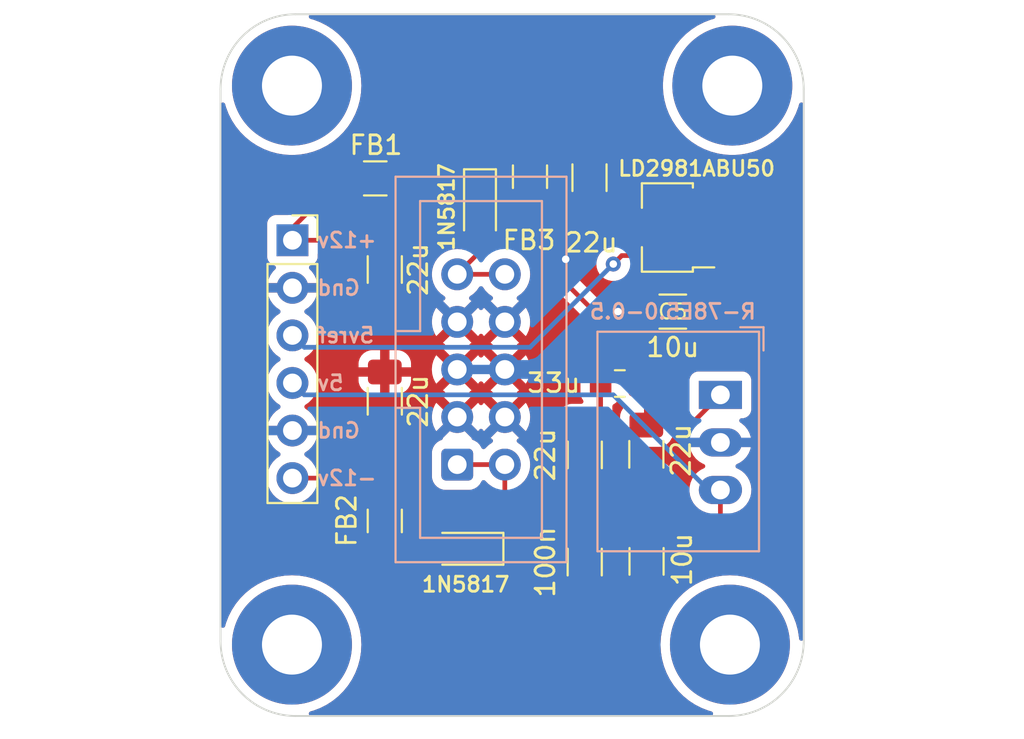
<source format=kicad_pcb>
(kicad_pcb (version 20221018) (generator pcbnew)
  (layers (0 "F.Cu" signal) (31 "B.Cu" signal) (34 "B.Paste" user) (35 "F.Paste" user) (36 "B.SilkS" user "B.Silkscreen") (37 "F.SilkS" user "F.Silkscreen") (38 "B.Mask" user) (39 "F.Mask" user) (44 "Edge.Cuts" user))
  (net 0 "")
  (net 1 "GND")
  (net 2 "Net-(U2-VI)")
  (net 3 "Net-(U3-IN)")
  (net 4 "Net-(D3-K)")
  (net 5 "Net-(D3-A)")
  (net 6 "Net-(D1-K)")
  (net 7 "Net-(D1-A)")
  (net 8 "-12v")
  (net 9 "5v")
  (net 10 "12v")
  (net 11 "5vref")
  (footprint "Capacitor_SMD:C_1206_3216Metric_Pad1.33x1.80mm_HandSolder" (layer "F.Cu") (at 85.09 67.7795 90)
    (fp_text reference "C4" hide)
    (fp_text value "22u" (at -3.4675 0.088387) (layer "F.SilkS"))
    (fp_line (start -0.711252 -0.91) (end 0.711252 -0.91) (stroke (width 0.12)) (layer "F.SilkS"))
    (fp_line (start -0.711252 0.91) (end 0.711252 0.91) (stroke (width 0.12)) (layer "F.SilkS"))
    (pad "1" smd roundrect (at -1.5625 0 90) (size 1.325 1.8) (layers "F.Cu" "F.Paste" "F.Mask") (roundrect_rratio 0.1886792453) (net 1 "GND"))
    (pad "2" smd roundrect (at 1.5625 0 90) (size 1.325 1.8) (layers "F.Cu" "F.Paste" "F.Mask") (roundrect_rratio 0.1886792453) (net 2 "Net-(U2-VI)"))
  )
  (footprint "Capacitor_SMD:C_1206_3216Metric_Pad1.33x1.80mm_HandSolder" (layer "F.Cu") (at 74.168 72.6825 90)
    (fp_text reference "C3" hide)
    (fp_text value "22u" (at 0 1.778 90) (layer "F.SilkS"))
    (fp_line (start -0.711252 -0.91) (end 0.711252 -0.91) (stroke (width 0.12)) (layer "F.SilkS"))
    (fp_line (start -0.711252 0.91) (end 0.711252 0.91) (stroke (width 0.12)) (layer "F.SilkS"))
    (pad "1" smd roundrect (at -1.5625 0 90) (size 1.325 1.8) (layers "F.Cu" "F.Paste" "F.Mask") (roundrect_rratio 0.1886792453) (net 1 "GND"))
    (pad "2" smd roundrect (at 1.5625 0 90) (size 1.325 1.8) (layers "F.Cu" "F.Paste" "F.Mask") (roundrect_rratio 0.1886792453) (net 10 "12v"))
  )
  (footprint "Diode_SMD:D_SOD-323_HandSoldering" (layer "F.Cu") (at 78.486 87.5935 180)
    (fp_text reference "D1" hide)
    (fp_text value "1N5817" (at 0 -1.905) (layer "F.SilkS") (effects (font (size 0.8 0.8))))
    (fp_line (start -2.01 -0.85) (end -2.01 0.85) (stroke (width 0.12)) (layer "F.SilkS"))
    (fp_line (start -2.01 -0.85) (end 1.25 -0.85) (stroke (width 0.12)) (layer "F.SilkS"))
    (fp_line (start -2.01 0.85) (end 1.25 0.85) (stroke (width 0.12)) (layer "F.SilkS"))
    (pad "1" smd roundrect (at -1.25 0 180) (size 1 1) (layers "F.Cu" "F.Paste" "F.Mask") (net 6 "Net-(D1-K)"))
    (pad "2" smd roundrect (at 1.25 0 180) (size 1 1) (layers "F.Cu" "F.Paste" "F.Mask") (net 7 "Net-(D1-A)"))
  )
  (footprint "MountingHole:MountingHole_3.2mm_M3_Pad_TopBottom" (layer "F.Cu") (at 69.215 62.865)
    (fp_text reference "REF**" hide)
    (fp_text value "MountingHole_3.2mm_M3_Pad_TopBottom")
    (pad "1" thru_hole circle (at 0 0) (size 3.6 3.6) (drill 3.2) (layers "*.Cu" "*.Mask"))
    (pad "1" connect circle (at 0 0) (size 6.4 6.4) (layers "F.Cu" "F.Mask"))
    (pad "1" connect circle (at 0 0) (size 6.4 6.4) (layers "B.Cu" "B.Mask"))
  )
  (footprint "Inductor_SMD:L_1206_3216Metric_Pad1.42x1.75mm_HandSolder" (layer "F.Cu") (at 81.915 67.7275 90)
    (fp_text reference "FB3" (at -3.3925 -0.051937 180) (layer "F.SilkS"))
    (fp_text value "FerriteBead" hide)
    (fp_line (start -0.602064 -0.91) (end 0.602064 -0.91) (stroke (width 0.12)) (layer "F.SilkS"))
    (fp_line (start -0.602064 0.91) (end 0.602064 0.91) (stroke (width 0.12)) (layer "F.SilkS"))
    (pad "1" smd roundrect (at -1.4875 0 90) (size 1.425 1.75) (layers "F.Cu" "F.Paste" "F.Mask") (roundrect_rratio 0.1754392982) (net 4 "Net-(D3-K)"))
    (pad "2" smd roundrect (at 1.4875 0 90) (size 1.425 1.75) (layers "F.Cu" "F.Paste" "F.Mask") (roundrect_rratio 0.1754392982) (net 2 "Net-(U2-VI)"))
  )
  (footprint "Capacitor_SMD:C_1206_3216Metric_Pad1.33x1.80mm_HandSolder" (layer "F.Cu") (at 84.838217 82.580701 90)
    (fp_text reference "C6" hide)
    (fp_text value "22u" (at 0 -2.104816 270) (layer "F.SilkS"))
    (fp_line (start -0.711252 -0.91) (end 0.711252 -0.91) (stroke (width 0.12)) (layer "F.SilkS"))
    (fp_line (start -0.711252 0.91) (end 0.711252 0.91) (stroke (width 0.12)) (layer "F.SilkS"))
    (pad "1" smd roundrect (at -1.5625 0 90) (size 1.325 1.8) (layers "F.Cu" "F.Paste" "F.Mask") (roundrect_rratio 0.1886792453) (net 1 "GND"))
    (pad "2" smd roundrect (at 1.5625 0 90) (size 1.325 1.8) (layers "F.Cu" "F.Paste" "F.Mask") (roundrect_rratio 0.1886792453) (net 4 "Net-(D3-K)"))
  )
  (footprint "Package_TO_SOT_SMD:SOT-89-3" (layer "F.Cu") (at 89.246198 70.439001 180)
    (fp_text reference "U2" hide)
    (fp_text value "LD2981ABU50" (at -1.558802 3.148856) (layer "F.SilkS") (effects (font (size 0.8 0.8))))
    (fp_line (start -2.5 -2.13) (end -1.36 -2.13) (stroke (width 0.12)) (layer "F.SilkS"))
    (fp_line (start -1.36 -2.36) (end -1.36 -2.13) (stroke (width 0.12)) (layer "F.SilkS"))
    (fp_line (start -1.36 -2.36) (end 1.36 -2.36) (stroke (width 0.12)) (layer "F.SilkS"))
    (fp_line (start -1.36 2.36) (end -1.36 2.13) (stroke (width 0.12)) (layer "F.SilkS"))
    (fp_line (start 1.36 -2.36) (end 1.36 -1.05) (stroke (width 0.12)) (layer "F.SilkS"))
    (fp_line (start 1.36 1.05) (end 1.36 2.36) (stroke (width 0.12)) (layer "F.SilkS"))
    (fp_line (start 1.36 2.36) (end -1.36 2.36) (stroke (width 0.12)) (layer "F.SilkS"))
    (pad "1" smd rect (at -1.95 -1.5 180) (size 1.3 0.9) (layers "F.Cu" "F.Paste" "F.Mask") (net 11 "5vref"))
    (pad "2" smd custom (at -1.8625 0 180) (size 1.475 0.9) (layers "F.Cu" "F.Paste" "F.Mask") (net 1 "GND") (options (clearance outline) (anchor rect)) (primitives (gr_poly (pts (xy 3.8625 0.8665) (xy 0.7375 0.8665) (xy 0.7375 -0.8665) (xy 3.8625 -0.8665)) (width 0) (fill yes))))
    (pad "3" smd rect (at -1.95 1.5 180) (size 1.3 0.9) (layers "F.Cu" "F.Paste" "F.Mask") (net 2 "Net-(U2-VI)"))
  )
  (footprint "MountingHole:MountingHole_3.2mm_M3_Pad_TopBottom" (layer "F.Cu") (at 69.215 92.71)
    (fp_text reference "REF**" hide)
    (fp_text value "MountingHole_3.2mm_M3_Pad_TopBottom")
    (pad "1" thru_hole circle (at 0 0) (size 3.6 3.6) (drill 3.2) (layers "*.Cu" "*.Mask"))
    (pad "1" connect circle (at 0 0) (size 6.4 6.4) (layers "F.Cu" "F.Mask"))
    (pad "1" connect circle (at 0 0) (size 6.4 6.4) (layers "B.Cu" "B.Mask"))
  )
  (footprint "Inductor_SMD:L_1206_3216Metric_Pad1.42x1.75mm_HandSolder" (layer "F.Cu") (at 73.66 67.818 180)
    (fp_text reference "FB1" (at -0.0365 1.778 180) (layer "F.SilkS"))
    (fp_text value "FerriteBead" hide)
    (fp_line (start -0.602064 -0.91) (end 0.602064 -0.91) (stroke (width 0.12)) (layer "F.SilkS"))
    (fp_line (start -0.602064 0.91) (end 0.602064 0.91) (stroke (width 0.12)) (layer "F.SilkS"))
    (pad "1" smd roundrect (at -1.4875 0 180) (size 1.425 1.75) (layers "F.Cu" "F.Paste" "F.Mask") (roundrect_rratio 0.1754392982) (net 4 "Net-(D3-K)"))
    (pad "2" smd roundrect (at 1.4875 0 180) (size 1.425 1.75) (layers "F.Cu" "F.Paste" "F.Mask") (roundrect_rratio 0.1754392982) (net 10 "12v"))
  )
  (footprint "Capacitor_SMD:C_1206_3216Metric_Pad1.33x1.80mm_HandSolder" (layer "F.Cu") (at 88.123159 82.55 90)
    (fp_text reference "C7" hide)
    (fp_text value "22u" (at 0.210467 1.848408 90) (layer "F.SilkS"))
    (fp_line (start -0.711252 -0.91) (end 0.711252 -0.91) (stroke (width 0.12)) (layer "F.SilkS"))
    (fp_line (start -0.711252 0.91) (end 0.711252 0.91) (stroke (width 0.12)) (layer "F.SilkS"))
    (pad "1" smd roundrect (at -1.5625 0 90) (size 1.325 1.8) (layers "F.Cu" "F.Paste" "F.Mask") (roundrect_rratio 0.1886792453) (net 1 "GND"))
    (pad "2" smd roundrect (at 1.5625 0 90) (size 1.325 1.8) (layers "F.Cu" "F.Paste" "F.Mask") (roundrect_rratio 0.1886792453) (net 3 "Net-(U3-IN)"))
  )
  (footprint "Diode_SMD:D_SOD-323_HandSoldering" (layer "F.Cu") (at 79.248 69.342 -90)
    (fp_text reference "D3" hide)
    (fp_text value "1N5817" (at 0 1.778 90) (layer "F.SilkS") (effects (font (size 0.8 0.8))))
    (fp_line (start -2.01 -0.85) (end -2.01 0.85) (stroke (width 0.12)) (layer "F.SilkS"))
    (fp_line (start -2.01 -0.85) (end 1.25 -0.85) (stroke (width 0.12)) (layer "F.SilkS"))
    (fp_line (start -2.01 0.85) (end 1.25 0.85) (stroke (width 0.12)) (layer "F.SilkS"))
    (pad "1" smd roundrect (at -1.25 0 270) (size 1 1) (layers "F.Cu" "F.Paste" "F.Mask") (net 4 "Net-(D3-K)"))
    (pad "2" smd roundrect (at 1.25 0 270) (size 1 1) (layers "F.Cu" "F.Paste" "F.Mask") (net 5 "Net-(D3-A)"))
  )
  (footprint "Capacitor_SMD:C_1206_3216Metric_Pad1.33x1.80mm_HandSolder" (layer "F.Cu") (at 88.134922 88.265 -90)
    (fp_text reference "C2" hide)
    (fp_text value "10u" (at -0.098142 -1.89986 -90) (layer "F.SilkS"))
    (fp_line (start -0.711252 -0.91) (end 0.711252 -0.91) (stroke (width 0.12)) (layer "F.SilkS"))
    (fp_line (start -0.711252 0.91) (end 0.711252 0.91) (stroke (width 0.12)) (layer "F.SilkS"))
    (pad "1" smd roundrect (at -1.5625 0 270) (size 1.325 1.8) (layers "F.Cu" "F.Paste" "F.Mask") (roundrect_rratio 0.1886792453) (net 1 "GND"))
    (pad "2" smd roundrect (at 1.5625 0 270) (size 1.325 1.8) (layers "F.Cu" "F.Paste" "F.Mask") (roundrect_rratio 0.1886792453) (net 9 "5v"))
  )
  (footprint "Capacitor_SMD:C_1206_3216Metric_Pad1.33x1.80mm_HandSolder" (layer "F.Cu") (at 89.535 74.93)
    (fp_text reference "C5" hide)
    (fp_text value "10u" (at 0 1.905) (layer "F.SilkS"))
    (fp_text user "${REFERENCE}" (at 0 0) (layer "F.SilkS") (effects (font (size 0.8 0.8) (thickness 0.12))))
    (fp_line (start -0.711252 -0.91) (end 0.711252 -0.91) (stroke (width 0.12)) (layer "F.SilkS"))
    (fp_line (start -0.711252 0.91) (end 0.711252 0.91) (stroke (width 0.12)) (layer "F.SilkS"))
    (pad "1" smd roundrect (at -1.5625 0) (size 1.325 1.8) (layers "F.Cu" "F.Paste" "F.Mask") (roundrect_rratio 0.1886792453) (net 1 "GND"))
    (pad "2" smd roundrect (at 1.5625 0) (size 1.325 1.8) (layers "F.Cu" "F.Paste" "F.Mask") (roundrect_rratio 0.1886792453) (net 11 "5vref"))
  )
  (footprint "MountingHole:MountingHole_3.2mm_M3_Pad_TopBottom" (layer "F.Cu") (at 92.583 92.71)
    (fp_text reference "REF**" hide)
    (fp_text value "MountingHole_3.2mm_M3_Pad_TopBottom")
    (pad "1" thru_hole circle (at 0 0) (size 3.6 3.6) (drill 3.2) (layers "*.Cu" "*.Mask"))
    (pad "1" connect circle (at 0 0) (size 6.4 6.4) (layers "F.Cu" "F.Mask"))
    (pad "1" connect circle (at 0 0) (size 6.4 6.4) (layers "B.Cu" "B.Mask"))
  )
  (footprint "Capacitor_SMD:C_1206_3216Metric_Pad1.33x1.80mm_HandSolder" (layer "F.Cu") (at 84.836 88.302378 -90)
    (fp_text reference "C8" hide)
    (fp_text value "100n" (at 0 2.102599 -90) (layer "F.SilkS"))
    (fp_line (start -0.711252 -0.91) (end 0.711252 -0.91) (stroke (width 0.12)) (layer "F.SilkS"))
    (fp_line (start -0.711252 0.91) (end 0.711252 0.91) (stroke (width 0.12)) (layer "F.SilkS"))
    (pad "1" smd roundrect (at -1.5625 0 270) (size 1.325 1.8) (layers "F.Cu" "F.Paste" "F.Mask") (roundrect_rratio 0.1886792453) (net 1 "GND"))
    (pad "2" smd roundrect (at 1.5625 0 270) (size 1.325 1.8) (layers "F.Cu" "F.Paste" "F.Mask") (roundrect_rratio 0.1886792453) (net 9 "5v"))
  )
  (footprint "MountingHole:MountingHole_3.2mm_M3_Pad_TopBottom" (layer "F.Cu") (at 92.71 62.865)
    (fp_text reference "REF**" hide)
    (fp_text value "MountingHole_3.2mm_M3_Pad_TopBottom")
    (pad "1" thru_hole circle (at 0 0) (size 3.6 3.6) (drill 3.2) (layers "*.Cu" "*.Mask"))
    (pad "1" connect circle (at 0 0) (size 6.4 6.4) (layers "F.Cu" "F.Mask"))
    (pad "1" connect circle (at 0 0) (size 6.4 6.4) (layers "B.Cu" "B.Mask"))
  )
  (footprint "Inductor_SMD:L_1206_3216Metric_Pad1.42x1.75mm_HandSolder" (layer "F.Cu") (at 74.168 86.106 90)
    (fp_text reference "FB2" (at 0.018927 -2.032 270) (layer "F.SilkS"))
    (fp_text value "FerriteBead" hide)
    (fp_line (start -0.602064 -0.91) (end 0.602064 -0.91) (stroke (width 0.12)) (layer "F.SilkS"))
    (fp_line (start -0.602064 0.91) (end 0.602064 0.91) (stroke (width 0.12)) (layer "F.SilkS"))
    (pad "1" smd roundrect (at -1.4875 0 90) (size 1.425 1.75) (layers "F.Cu" "F.Paste" "F.Mask") (roundrect_rratio 0.1754392982) (net 7 "Net-(D1-A)"))
    (pad "2" smd roundrect (at 1.4875 0 90) (size 1.425 1.75) (layers "F.Cu" "F.Paste" "F.Mask") (roundrect_rratio 0.1754392982) (net 8 "-12v"))
  )
  (footprint "Inductor_SMD:L_0805_2012Metric_Pad1.15x1.40mm_HandSolder" (layer "F.Cu") (at 86.708493 78.769986)
    (fp_text reference "L1" hide)
    (fp_text value "33u" (at -3.523493 -0.029986 180) (layer "F.SilkS"))
    (fp_line (start -0.261252 -0.71) (end 0.261252 -0.71) (stroke (width 0.12)) (layer "F.SilkS"))
    (fp_line (start -0.261252 0.71) (end 0.261252 0.71) (stroke (width 0.12)) (layer "F.SilkS"))
    (pad "1" smd roundrect (at -1.025 0) (size 1.15 1.4) (layers "F.Cu" "F.Paste" "F.Mask") (roundrect_rratio 0.2173913043) (net 4 "Net-(D3-K)"))
    (pad "2" smd roundrect (at 1.025 0) (size 1.15 1.4) (layers "F.Cu" "F.Paste" "F.Mask") (roundrect_rratio 0.2173913043) (net 3 "Net-(U3-IN)"))
  )
  (footprint "Connector_PinSocket_2.54mm:PinSocket_1x06_P2.54mm_Vertical" (layer "F.Cu") (at 69.24 71.12)
    (fp_text reference "J4" hide)
    (fp_text value "Conn_01x06_Socket")
    (fp_line (start -1.33 1.27) (end -1.33 14.03) (stroke (width 0.12)) (layer "F.SilkS"))
    (fp_line (start -1.33 1.27) (end 1.33 1.27) (stroke (width 0.12)) (layer "F.SilkS"))
    (fp_line (start -1.33 14.03) (end 1.33 14.03) (stroke (width 0.12)) (layer "F.SilkS"))
    (fp_line (start 0 -1.33) (end 1.33 -1.33) (stroke (width 0.12)) (layer "F.SilkS"))
    (fp_line (start 1.33 -1.33) (end 1.33 0) (stroke (width 0.12)) (layer "F.SilkS"))
    (fp_line (start 1.33 1.27) (end 1.33 14.03) (stroke (width 0.12)) (layer "F.SilkS"))
    (pad "1" thru_hole rect (at 0 0) (size 1.7 1.7) (drill 1) (layers "*.Cu" "*.Mask") (net 10 "12v"))
    (pad "2" thru_hole oval (at 0 2.54) (size 1.7 1.7) (drill 1) (layers "*.Cu" "*.Mask") (net 1 "GND"))
    (pad "3" thru_hole oval (at 0 5.08) (size 1.7 1.7) (drill 1) (layers "*.Cu" "*.Mask") (net 11 "5vref"))
    (pad "4" thru_hole oval (at 0 7.62) (size 1.7 1.7) (drill 1) (layers "*.Cu" "*.Mask") (net 9 "5v"))
    (pad "5" thru_hole oval (at 0 10.16) (size 1.7 1.7) (drill 1) (layers "*.Cu" "*.Mask") (net 1 "GND"))
    (pad "6" thru_hole oval (at 0 12.7) (size 1.7 1.7) (drill 1) (layers "*.Cu" "*.Mask") (net 8 "-12v"))
  )
  (footprint "Capacitor_SMD:C_1206_3216Metric_Pad1.33x1.80mm_HandSolder" (layer "F.Cu") (at 74.168 79.7175 90)
    (fp_text reference "C1" hide)
    (fp_text value "22u" (at 0 1.778 90) (layer "F.SilkS"))
    (fp_line (start -0.711252 -0.91) (end 0.711252 -0.91) (stroke (width 0.12)) (layer "F.SilkS"))
    (fp_line (start -0.711252 0.91) (end 0.711252 0.91) (stroke (width 0.12)) (layer "F.SilkS"))
    (pad "1" smd roundrect (at -1.5625 0 90) (size 1.325 1.8) (layers "F.Cu" "F.Paste" "F.Mask") (roundrect_rratio 0.1886792453) (net 8 "-12v"))
    (pad "2" smd roundrect (at 1.5625 0 90) (size 1.325 1.8) (layers "F.Cu" "F.Paste" "F.Mask") (roundrect_rratio 0.1886792453) (net 1 "GND"))
  )
  (footprint "Connector_IDC:IDC-Header_2x05_P2.54mm_Vertical" (layer "B.Cu") (at 78.032436 83.098908)
    (fp_text reference "J2" hide)
    (fp_text value "Conn_02x05_Odd_Even" hide)
    (fp_line (start -3.29 -15.37) (end -3.29 5.21) (stroke (width 0.12)) (layer "B.SilkS"))
    (fp_line (start -3.29 -3.03) (end -1.98 -3.03) (stroke (width 0.12)) (layer "B.SilkS"))
    (fp_line (start -3.29 5.21) (end 5.83 5.21) (stroke (width 0.12)) (layer "B.SilkS"))
    (fp_line (start -1.98 -14.07) (end -1.98 -7.13) (stroke (width 0.12)) (layer "B.SilkS"))
    (fp_line (start -1.98 -7.13) (end -3.29 -7.13) (stroke (width 0.12)) (layer "B.SilkS"))
    (fp_line (start -1.98 -7.13) (end -1.98 -7.13) (stroke (width 0.12)) (layer "B.SilkS"))
    (fp_line (start -1.98 -3.03) (end -1.98 3.91) (stroke (width 0.12)) (layer "B.SilkS"))
    (fp_line (start -1.98 3.91) (end 4.52 3.91) (stroke (width 0.12)) (layer "B.SilkS"))
    (fp_line (start 4.52 -14.07) (end -1.98 -14.07) (stroke (width 0.12)) (layer "B.SilkS"))
    (fp_line (start 4.52 3.91) (end 4.52 -14.07) (stroke (width 0.12)) (layer "B.SilkS"))
    (fp_line (start 5.83 -15.37) (end -3.29 -15.37) (stroke (width 0.12)) (layer "B.SilkS"))
    (fp_line (start 5.83 5.21) (end 5.83 -15.37) (stroke (width 0.12)) (layer "B.SilkS"))
    (pad "1" thru_hole roundrect (at 0 0) (size 1.7 1.7) (drill 1) (layers "*.Cu" "*.Mask") (roundrect_rratio 0.1470588235) (net 6 "Net-(D1-K)"))
    (pad "2" thru_hole circle (at 2.54 0) (size 1.7 1.7) (drill 1) (layers "*.Cu" "*.Mask") (net 6 "Net-(D1-K)"))
    (pad "3" thru_hole circle (at 0 -2.54) (size 1.7 1.7) (drill 1) (layers "*.Cu" "*.Mask") (net 1 "GND"))
    (pad "4" thru_hole circle (at 2.54 -2.54) (size 1.7 1.7) (drill 1) (layers "*.Cu" "*.Mask") (net 1 "GND"))
    (pad "5" thru_hole circle (at 0 -5.08) (size 1.7 1.7) (drill 1) (layers "*.Cu" "*.Mask") (net 1 "GND"))
    (pad "6" thru_hole circle (at 2.54 -5.08) (size 1.7 1.7) (drill 1) (layers "*.Cu" "*.Mask") (net 1 "GND"))
    (pad "7" thru_hole circle (at 0 -7.62) (size 1.7 1.7) (drill 1) (layers "*.Cu" "*.Mask") (net 1 "GND"))
    (pad "8" thru_hole circle (at 2.54 -7.62) (size 1.7 1.7) (drill 1) (layers "*.Cu" "*.Mask") (net 1 "GND"))
    (pad "9" thru_hole circle (at 0 -10.16) (size 1.7 1.7) (drill 1) (layers "*.Cu" "*.Mask") (net 5 "Net-(D3-A)"))
    (pad "10" thru_hole circle (at 2.54 -10.16) (size 1.7 1.7) (drill 1) (layers "*.Cu" "*.Mask") (net 5 "Net-(D3-A)"))
  )
  (footprint "Converter_DCDC:Converter_DCDC_RECOM_R-78E-0.5_THT" (layer "B.Cu") (at 92.075 79.375 -90)
    (fp_text reference "U3" hide)
    (fp_text value "R-78E5.0-0.5" (at -4.445 2.54) (layer "B.SilkS") (effects (font (size 0.8 0.8)) (justify mirror)))
    (fp_line (start -3.611 -2.3) (end -2.371 -2.3) (stroke (width 0.12)) (layer "B.SilkS"))
    (fp_line (start -3.611 -1.06) (end -3.611 -2.3) (stroke (width 0.12)) (layer "B.SilkS"))
    (fp_line (start -3.371 -2.06) (end 8.35 -2.06) (stroke (width 0.12)) (layer "B.SilkS"))
    (fp_line (start -3.371 6.56) (end -3.371 -2.06) (stroke (width 0.12)) (layer "B.SilkS"))
    (fp_line (start -3.371 6.56) (end 8.35 6.56) (stroke (width 0.12)) (layer "B.SilkS"))
    (fp_line (start 8.35 6.56) (end 8.35 -2.06) (stroke (width 0.12)) (layer "B.SilkS"))
    (pad "1" thru_hole rect (at 0 0 270) (size 1.5 2.3) (drill 1) (layers "*.Cu" "*.Mask") (net 3 "Net-(U3-IN)"))
    (pad "2" thru_hole oval (at 2.54 0 270) (size 1.5 2.3) (drill 1) (layers "*.Cu" "*.Mask") (net 1 "GND"))
    (pad "3" thru_hole oval (at 5.08 0 270) (size 1.5 2.3) (drill 1) (layers "*.Cu" "*.Mask") (net 9 "5v"))
  )
  (gr_line (start 96.52 63.055) (end 96.52 92.52) (stroke (width 0.1)) (layer "Edge.Cuts"))
  (gr_arc (start 65.405 63.055) (mid 66.576573 60.226573) (end 69.405 59.055) (stroke (width 0.1)) (layer "Edge.Cuts"))
  (gr_line (start 65.405 92.52) (end 65.405 63.055) (stroke (width 0.1)) (layer "Edge.Cuts"))
  (gr_arc (start 69.405 96.52) (mid 66.576573 95.348427) (end 65.405 92.52) (stroke (width 0.1)) (layer "Edge.Cuts"))
  (gr_line (start 69.405 59.055) (end 92.52 59.055) (stroke (width 0.1)) (layer "Edge.Cuts"))
  (gr_arc (start 96.52 92.52) (mid 95.348427 95.348427) (end 92.52 96.52) (stroke (width 0.1)) (layer "Edge.Cuts"))
  (gr_arc (start 92.52 59.055) (mid 95.348427 60.226573) (end 96.52 63.055) (stroke (width 0.1)) (layer "Edge.Cuts"))
  (gr_line (start 92.52 96.52) (end 69.405 96.52) (stroke (width 0.1)) (layer "Edge.Cuts"))
  (gr_text "5vref" (at 70.485 76.2) (layer "B.SilkS") (effects (font (size 0.8 0.8)) (justify right mirror)))
  (gr_text "Gnd" (at 70.485 81.28) (layer "B.SilkS") (effects (font (size 0.8 0.8)) (justify right mirror)))
  (gr_text "Gnd" (at 70.485 73.66) (layer "B.SilkS") (effects (font (size 0.8 0.8)) (justify right mirror)))
  (gr_text "-12v\n" (at 70.485 83.82) (layer "B.SilkS") (effects (font (size 0.8 0.8)) (justify right mirror)))
  (gr_text "+12v\n" (at 70.485 71.12) (layer "B.SilkS") (effects (font (size 0.8 0.8)) (justify right mirror)))
  (gr_text "5v" (at 70.485 78.74) (layer "B.SilkS") (effects (font (size 0.8 0.8)) (justify right mirror)))
  (via (at 83.82 72.136) (size 0.8) (drill 0.4) (layers "F.Cu" "B.Cu") (net 1))
  (via (at 86.614 74.93) (size 0.8) (drill 0.4) (layers "F.Cu" "B.Cu") (net 1))
  (segment (start 80.572436 78.018908) (end 82.463908 78.018908) (width 1) (layer "B.Cu") (net 1))
  (segment (start 78.032436 78.018908) (end 80.572436 78.018908) (width 0.5) (layer "B.Cu") (net 1))
  (segment (start 87.989001 68.939001) (end 91.196198 68.939001) (width 0.25) (layer "F.Cu") (net 2))
  (segment (start 85.09 66.04) (end 87.989001 68.939001) (width 0.25) (layer "F.Cu") (net 2))
  (segment (start 81.915 66.04) (end 85.09 66.04) (width 0.25) (layer "F.Cu") (net 2))
  (segment (start 88.123159 80.9875) (end 88.123159 79.159652) (width 0.25) (layer "F.Cu") (net 3))
  (segment (start 88.123159 79.159652) (end 87.733493 78.769986) (width 0.25) (layer "F.Cu") (net 3))
  (segment (start 92.075 79.375) (end 90.4625 80.9875) (width 0.25) (layer "F.Cu") (net 3))
  (segment (start 90.4625 80.9875) (end 88.123159 80.9875) (width 0.25) (layer "F.Cu") (net 3))
  (segment (start 80.371 69.215) (end 81.915 69.215) (width 0.25) (layer "F.Cu") (net 4))
  (segment (start 79.248 68.092) (end 80.371 69.215) (width 0.25) (layer "F.Cu") (net 4))
  (segment (start 85.683493 80.172925) (end 84.838217 81.018201) (width 0.25) (layer "F.Cu") (net 4))
  (segment (start 78.974 67.818) (end 79.248 68.092) (width 0.25) (layer "F.Cu") (net 4))
  (segment (start 74.857 67.818) (end 78.974 67.818) (width 0.25) (layer "F.Cu") (net 4))
  (segment (start 81.915 71.501) (end 85.683493 75.269493) (width 0.25) (layer "F.Cu") (net 4))
  (segment (start 85.683493 75.269493) (end 85.683493 78.769986) (width 0.25) (layer "F.Cu") (net 4))
  (segment (start 81.915 69.015) (end 81.915 71.501) (width 0.25) (layer "F.Cu") (net 4))
  (segment (start 85.683493 78.769986) (end 85.683493 80.172925) (width 0.25) (layer "F.Cu") (net 4))
  (segment (start 79.248 70.592) (end 79.248 71.723344) (width 0.25) (layer "F.Cu") (net 5))
  (segment (start 79.248 71.723344) (end 78.032436 72.938908) (width 0.25) (layer "F.Cu") (net 5))
  (segment (start 78.032436 72.938908) (end 80.572436 72.938908) (width 0.25) (layer "F.Cu") (net 5))
  (segment (start 80.572436 86.757064) (end 79.736 87.5935) (width 0.25) (layer "F.Cu") (net 6))
  (segment (start 78.032436 83.098908) (end 80.572436 83.098908) (width 0.25) (layer "F.Cu") (net 6))
  (segment (start 80.572436 83.098908) (end 80.572436 86.757064) (width 0.25) (layer "F.Cu") (net 6))
  (segment (start 77.236 87.5935) (end 74.168 87.5935) (width 0.25) (layer "F.Cu") (net 7))
  (segment (start 74.168 84.6185) (end 73.3695 83.82) (width 0.25) (layer "F.Cu") (net 8))
  (segment (start 73.3695 83.82) (end 69.24 83.82) (width 0.25) (layer "F.Cu") (net 8))
  (segment (start 74.168 81.28) (end 74.168 84.6185) (width 0.25) (layer "F.Cu") (net 8))
  (segment (start 92.075 86.36) (end 88.6075 89.8275) (width 0.25) (layer "F.Cu") (net 9))
  (segment (start 88.097544 89.864878) (end 88.134922 89.8275) (width 0.25) (layer "F.Cu") (net 9))
  (segment (start 88.6075 89.8275) (end 88.134922 89.8275) (width 0.25) (layer "F.Cu") (net 9))
  (segment (start 92.075 84.455) (end 92.075 86.36) (width 0.25) (layer "F.Cu") (net 9))
  (segment (start 84.836 89.864878) (end 88.097544 89.864878) (width 0.25) (layer "F.Cu") (net 9))
  (segment (start 92.075 85.09) (end 86.36 79.375) (width 0.25) (layer "B.Cu") (net 9))
  (segment (start 86.36 79.375) (end 69.875 79.375) (width 0.25) (layer "B.Cu") (net 9))
  (segment (start 69.875 79.375) (end 69.24 78.74) (width 0.25) (layer "B.Cu") (net 9))
  (segment (start 69.24 70.46) (end 69.24 71.12) (width 0.25) (layer "F.Cu") (net 10))
  (segment (start 71.882 67.818) (end 69.24 70.46) (width 0.25) (layer "F.Cu") (net 10))
  (segment (start 69.24 71.12) (end 71.12 71.12) (width 0.25) (layer "F.Cu") (net 10))
  (segment (start 74.168 71.12) (end 71.12 71.12) (width 0.25) (layer "F.Cu") (net 10))
  (segment (start 86.36 72.39) (end 86.810999 71.939001) (width 0.25) (layer "F.Cu") (net 11))
  (segment (start 91.196198 71.939001) (end 91.0975 72.037699) (width 0.25) (layer "F.Cu") (net 11))
  (segment (start 91.0975 72.037699) (end 91.0975 74.93) (width 0.25) (layer "F.Cu") (net 11))
  (segment (start 86.810999 71.939001) (end 91.196198 71.939001) (width 0.25) (layer "F.Cu") (net 11))
  (via (at 86.36 72.39) (size 0.8) (drill 0.4) (layers "F.Cu" "B.Cu") (net 11))
  (segment (start 86.36 72.39) (end 81.915 76.835) (width 0.25) (layer "B.Cu") (net 11))
  (segment (start 69.875 76.835) (end 69.24 76.2) (width 0.25) (layer "B.Cu") (net 11))
  (segment (start 81.915 76.835) (end 69.875 76.835) (width 0.25) (layer "B.Cu") (net 11))
  (zone (net 1) (net_name "GND") (layers "F&B.Cu") (connect_pads (clearance 0.5)) (min_thickness 0.25) (fill yes (thermal_gap 0.5) (thermal_bridge_width 0.5))
    (polygon (pts (xy 64.262 58.293) (xy 102.108 58.293) (xy 102.108 97.536) (xy 64.262 97.536)))
  )
)
</source>
